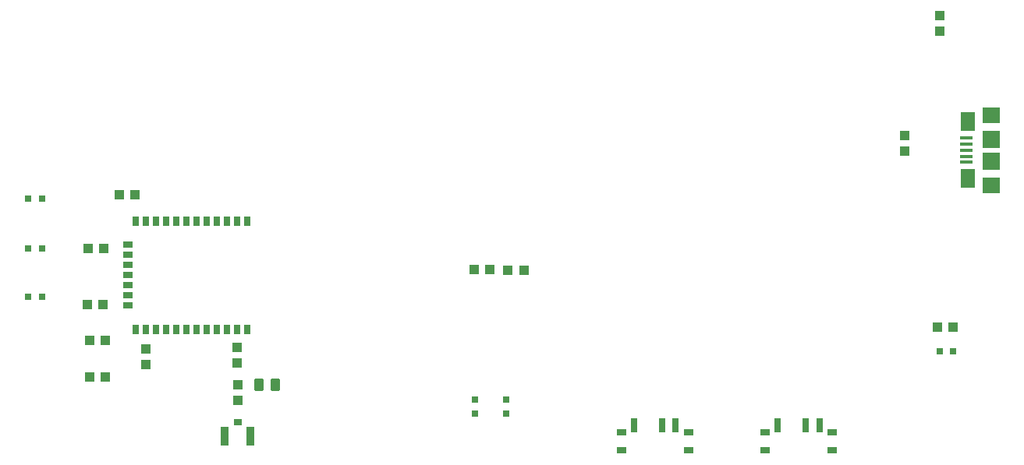
<source format=gbr>
G04 EAGLE Gerber RS-274X export*
G75*
%MOMM*%
%FSLAX34Y34*%
%LPD*%
%INSolderpaste Top*%
%IPPOS*%
%AMOC8*
5,1,8,0,0,1.08239X$1,22.5*%
G01*
%ADD10R,1.350000X0.400000*%
%ADD11R,1.600000X2.100000*%
%ADD12R,1.900000X1.800000*%
%ADD13R,1.900000X1.900000*%
%ADD14R,1.000000X1.100000*%
%ADD15R,0.800000X0.800000*%
%ADD16R,1.100000X1.000000*%
%ADD17R,0.700000X1.500000*%
%ADD18R,1.000000X0.800000*%
%ADD19R,0.700000X1.000000*%
%ADD20R,1.000000X0.700000*%
%ADD21C,0.254000*%
%ADD22R,0.965200X0.762000*%
%ADD23R,0.812800X2.133600*%


D10*
X1059100Y323500D03*
X1059100Y330000D03*
X1059100Y336500D03*
X1059100Y343000D03*
X1059100Y349500D03*
D11*
X1060350Y305500D03*
X1060350Y367500D03*
D12*
X1085850Y298500D03*
D13*
X1085850Y324500D03*
X1085850Y348500D03*
D12*
X1085850Y374500D03*
D14*
X991800Y352500D03*
X991800Y335500D03*
D15*
X559100Y65500D03*
X559100Y50500D03*
D14*
X561600Y206000D03*
X578600Y206000D03*
D16*
X1030300Y465900D03*
X1030300Y482900D03*
D15*
X1029900Y117900D03*
X1044900Y117900D03*
D14*
X1044600Y144300D03*
X1027600Y144300D03*
D15*
X525442Y65442D03*
X525442Y50442D03*
D14*
X524873Y206613D03*
X541873Y206613D03*
D17*
X854500Y37500D03*
X884500Y37500D03*
X899500Y37500D03*
D18*
X840500Y29650D03*
X840500Y10350D03*
X913500Y10350D03*
X913500Y29650D03*
D17*
X698500Y37500D03*
X728500Y37500D03*
X743500Y37500D03*
D18*
X684500Y29650D03*
X684500Y10350D03*
X757500Y10350D03*
X757500Y29650D03*
D19*
X278500Y259500D03*
X267500Y259500D03*
X256500Y259500D03*
X245500Y259500D03*
X234500Y259500D03*
X223500Y259500D03*
X212500Y259500D03*
X201500Y259500D03*
X190500Y259500D03*
X179500Y259500D03*
X168500Y259500D03*
X157500Y259500D03*
D20*
X148600Y234200D03*
X148600Y223200D03*
X148600Y212200D03*
X148600Y201200D03*
X148600Y190200D03*
X148600Y179200D03*
X148600Y168200D03*
D19*
X157500Y142000D03*
X168500Y142000D03*
X179500Y142000D03*
X190500Y142000D03*
X201500Y142000D03*
X212500Y142000D03*
X223500Y142000D03*
X234500Y142000D03*
X245500Y142000D03*
X256500Y142000D03*
X267500Y142000D03*
X278500Y142000D03*
D14*
X267000Y122500D03*
X267000Y105500D03*
D21*
X287300Y76285D02*
X294920Y76285D01*
X287300Y76285D02*
X287300Y87715D01*
X294920Y87715D01*
X294920Y76285D01*
X294920Y78698D02*
X287300Y78698D01*
X287300Y81111D02*
X294920Y81111D01*
X294920Y83524D02*
X287300Y83524D01*
X287300Y85937D02*
X294920Y85937D01*
X305080Y76285D02*
X312700Y76285D01*
X305080Y76285D02*
X305080Y87715D01*
X312700Y87715D01*
X312700Y76285D01*
X312700Y78698D02*
X305080Y78698D01*
X305080Y81111D02*
X312700Y81111D01*
X312700Y83524D02*
X305080Y83524D01*
X305080Y85937D02*
X312700Y85937D01*
D16*
X268000Y64500D03*
X268000Y81500D03*
D22*
X268000Y40814D03*
D23*
X254046Y25574D03*
X281954Y25574D03*
D14*
X168000Y120500D03*
X168000Y103500D03*
X107500Y90000D03*
X124500Y90000D03*
D16*
X124500Y130000D03*
X107500Y130000D03*
D14*
X121500Y169000D03*
X104500Y169000D03*
X122500Y230000D03*
X105500Y230000D03*
X156500Y288000D03*
X139500Y288000D03*
D15*
X40500Y177000D03*
X55500Y177000D03*
X40500Y230000D03*
X55500Y230000D03*
X40500Y284000D03*
X55500Y284000D03*
M02*

</source>
